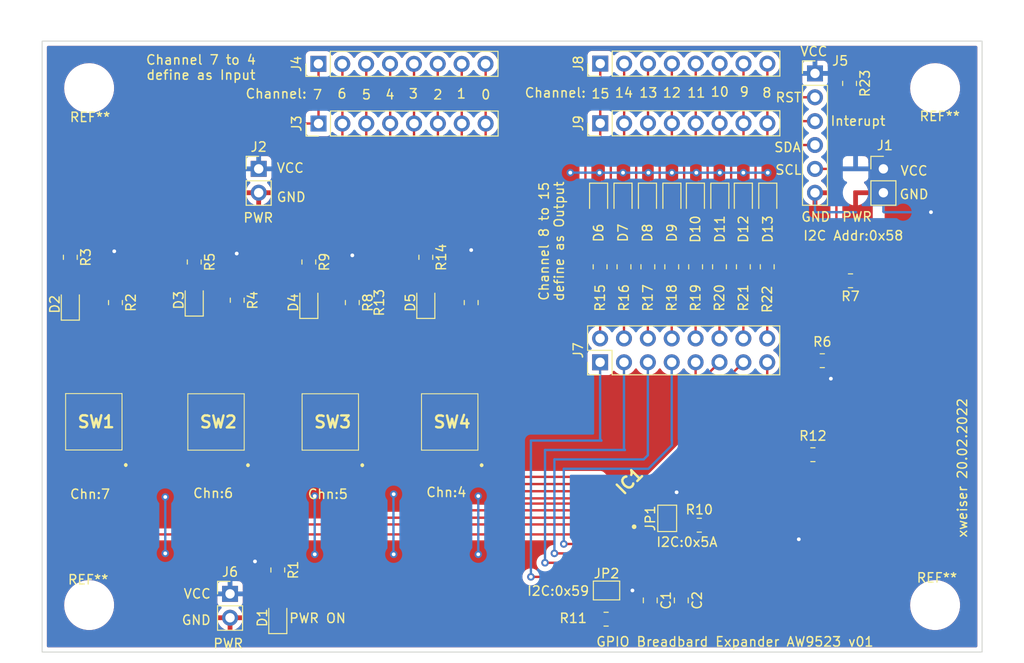
<source format=kicad_pcb>
(kicad_pcb (version 20211014) (generator pcbnew)
  (title_block (title "GPIO Breadboard expander AW9523") (date "2022-02-20") (rev "v01") (company "Reflow Pads") (comment 1 "Project ChicksiIoT"))
  (layers (0 "F.Cu" signal) (31 "B.Cu" signal) (34 "B.Paste" user) (35 "F.Paste" user) (36 "B.SilkS" user "B.Silkscreen") (37 "F.SilkS" user "F.Silkscreen") (38 "B.Mask" user) (39 "F.Mask" user) (44 "Edge.Cuts" user))
  (net 0 "")
  (net 1 "VCC")
  (net 2 "GND")
  (net 3 "Net-(D1-Pad2)")
  (net 4 "Net-(D2-Pad2)")
  (net 5 "P0_0")
  (net 6 "P0_1")
  (net 7 "P0_2")
  (net 8 "P0_3")
  (net 9 "P0_4")
  (net 10 "P0_5")
  (net 11 "P0_6")
  (net 12 "P0_7")
  (net 13 "Addr0")
  (net 14 "SCL")
  (net 15 "SDA")
  (net 16 "Addr1")
  (net 17 "Net-(D3-Pad2)")
  (net 18 "Net-(D4-Pad2)")
  (net 19 "Net-(D5-Pad2)")
  (net 20 "Net-(D6-Pad2)")
  (net 21 "Net-(D7-Pad2)")
  (net 22 "Net-(D8-Pad2)")
  (net 23 "Net-(D9-Pad2)")
  (net 24 "Net-(D10-Pad2)")
  (net 25 "Net-(D11-Pad2)")
  (net 26 "Net-(D12-Pad2)")
  (net 27 "Net-(D13-Pad2)")
  (net 28 "P1_0")
  (net 29 "P1_1")
  (net 30 "P1_2")
  (net 31 "P1_3")
  (net 32 "P1_4")
  (net 33 "P1_5")
  (net 34 "P1_6")
  (net 35 "P1_7")
  (net 36 "INT")
  (net 37 "RST")
  (net 38 "Net-(J7-Pad2)")
  (net 39 "Net-(J7-Pad4)")
  (net 40 "Net-(J7-Pad6)")
  (net 41 "Net-(J7-Pad8)")
  (net 42 "Net-(J7-Pad10)")
  (net 43 "Net-(J7-Pad12)")
  (net 44 "Net-(J7-Pad14)")
  (net 45 "Net-(J7-Pad16)")
  (footprint "SamacSys_Parts:314375650" (layer "F.Cu") (at 149.46 100.52 180)
    (fp_text reference "SW4")
    (fp_text value "SW_Push" hide)
  )
  (footprint "Resistor_SMD:R_0805_2012Metric" (layer "F.Cu") (at 170.542 84.01 90)
    (fp_text reference "R17")
    (fp_text value "220")
  )
  (footprint "LED_SMD:LED_0805_2012Metric" (layer "F.Cu") (at 122.282 87.566 90)
    (fp_text reference "D3")
    (fp_text value "Green")
  )
  (footprint "Resistor_SMD:R_0805_2012Metric" (layer "F.Cu") (at 146.92 83 -90)
    (fp_text reference "R14")
    (fp_text value "220")
  )
  (footprint "SamacSys_Parts:314375650" (layer "F.Cu") (at 111.6 100.5 180)
    (fp_text reference "SW1")
    (fp_text value "SW_Push" hide)
  )
  (footprint "SamacSys_Parts:314375650" (layer "F.Cu") (at 136.76 100.52 180)
    (fp_text reference "SW3")
    (fp_text value "SW_Push" hide)
  )
  (footprint "Resistor_SMD:R_0805_2012Metric" (layer "F.Cu") (at 189.1 94 180)
    (fp_text reference "R6")
    (fp_text value "10k")
  )
  (footprint "LED_SMD:LED_0805_2012Metric" (layer "F.Cu") (at 167.9 76.8 -90)
    (fp_text reference "D7")
    (fp_text value "Blue")
  )
  (footprint "Resistor_SMD:R_0805_2012Metric" (layer "F.Cu") (at 122.282 83.502 -90)
    (fp_text reference "R5")
    (fp_text value "220")
  )
  (footprint "Resistor_SMD:R_0805_2012Metric" (layer "F.Cu") (at 183.242 84.01 90)
    (fp_text reference "R22")
    (fp_text value "220")
  )
  (footprint "Resistor_SMD:R_0805_2012Metric" (layer "F.Cu") (at 151.746 87.82 -90)
    (fp_text reference "R13")
    (fp_text value "10k")
  )
  (footprint "Connector_PinHeader_2.54mm:PinHeader_1x08_P2.54mm_Vertical" (layer "F.Cu") (at 165.477 68.745 90)
    (fp_text reference "J9")
    (fp_text value "Conn_01x08_Male")
  )
  (footprint "LED_SMD:LED_0805_2012Metric" (layer "F.Cu") (at 178.2 76.8 -90)
    (fp_text reference "D11")
    (fp_text value "Blue")
  )
  (footprint "Capacitor_SMD:C_0805_2012Metric" (layer "F.Cu") (at 170.798 119.5 -90)
    (fp_text reference "C1")
    (fp_text value "10µF")
  )
  (footprint "MountingHole:MountingHole_4.3mm_M4" (layer "F.Cu") (at 111.1 120)
    (fp_text reference "REF**")
    (fp_text value "MountingHole_4.3mm_M4")
  )
  (footprint "LED_SMD:LED_0805_2012Metric" (layer "F.Cu") (at 180.7 76.8 -90)
    (fp_text reference "D12")
    (fp_text value "Red")
  )
  (footprint "Resistor_SMD:R_0805_2012Metric" (layer "F.Cu") (at 192.1 85.5 180)
    (fp_text reference "R7")
    (fp_text value "10k")
  )
  (footprint "LED_SMD:LED_0805_2012Metric" (layer "F.Cu") (at 109.1 88 90)
    (fp_text reference "D2")
    (fp_text value "Green")
  )
  (footprint "Resistor_SMD:R_0805_2012Metric" (layer "F.Cu") (at 176.0125 111.5)
    (fp_text reference "R10")
    (fp_text value "10k")
  )
  (footprint "MountingHole:MountingHole_4.3mm_M4" (layer "F.Cu") (at 201.1 120)
    (fp_text reference "REF**")
    (fp_text value "MountingHole_4.3mm_M4")
  )
  (footprint "Connector_PinHeader_2.54mm:PinHeader_1x02_P2.54mm_Vertical" (layer "F.Cu") (at 129.14 73.591)
    (fp_text reference "J2")
    (fp_text value "PWR_Bottom2")
  )
  (footprint "Connector_PinHeader_2.54mm:PinHeader_1x08_P2.54mm_Vertical" (layer "F.Cu") (at 135.49 62.42 90)
    (fp_text reference "J4")
    (fp_text value "P0_0-07")
  )
  (footprint "Connector_PinHeader_2.54mm:PinHeader_1x02_P2.54mm_Vertical" (layer "F.Cu") (at 195.6 73.591)
    (fp_text reference "J1")
    (fp_text value "PWR_Bottom1")
  )
  (footprint "LED_SMD:LED_0805_2012Metric" (layer "F.Cu") (at 146.92 87.82 90)
    (fp_text reference "D5")
    (fp_text value "Green")
  )
  (footprint "LED_SMD:LED_0805_2012Metric" (layer "F.Cu") (at 170.5 76.8 -90)
    (fp_text reference "D8")
    (fp_text value "Red")
  )
  (footprint "LED_SMD:LED_0805_2012Metric" (layer "F.Cu") (at 134.474 87.82 90)
    (fp_text reference "D4")
    (fp_text value "Green")
  )
  (footprint "Connector_PinHeader_2.54mm:PinHeader_1x02_P2.54mm_Vertical" (layer "F.Cu") (at 126.092 118.808)
    (fp_text reference "J6")
    (fp_text value "PWR_Top")
  )
  (footprint "Jumper:SolderJumper-2_P1.3mm_Open_TrianglePad1.0x1.5mm" (layer "F.Cu") (at 166.145 118.444)
    (fp_text reference "JP2")
    (fp_text value "SolderJumper_2_Open")
  )
  (footprint "SamacSys_Parts:314375650" (layer "F.Cu") (at 124.6 100.52 180)
    (fp_text reference "SW2")
    (fp_text value "SW_Push" hide)
  )
  (footprint "Resistor_SMD:R_0805_2012Metric" (layer "F.Cu") (at 134.474 83.502 -90)
    (fp_text reference "R9")
    (fp_text value "220")
  )
  (footprint "LED_SMD:LED_0805_2012Metric" (layer "F.Cu") (at 131.172 121.348 90)
    (fp_text reference "D1")
    (fp_text value "Green")
  )
  (footprint "Resistor_SMD:R_0805_2012Metric" (layer "F.Cu") (at 180.702 84.01 90)
    (fp_text reference "R21")
    (fp_text value "220")
  )
  (footprint "Resistor_SMD:R_0805_2012Metric" (layer "F.Cu") (at 173.082 84.01 90)
    (fp_text reference "R18")
    (fp_text value "220")
  )
  (footprint "Connector_PinHeader_2.54mm:PinHeader_1x08_P2.54mm_Vertical" (layer "F.Cu") (at 165.477 62.395 90)
    (fp_text reference "J8")
    (fp_text value "Conn_01x08_Male")
  )
  (footprint "Resistor_SMD:R_0805_2012Metric" (layer "F.Cu") (at 178.162 84.01 90)
    (fp_text reference "R20")
    (fp_text value "220")
  )
  (footprint "Connector_PinHeader_2.54mm:PinHeader_1x06_P2.54mm_Vertical" (layer "F.Cu") (at 188.322 63.436)
    (fp_text reference "J5")
    (fp_text value "I2C ComPort")
  )
  (footprint "MountingHole:MountingHole_4.3mm_M4" (layer "F.Cu") (at 111.1 65)
    (fp_text reference "REF**")
    (fp_text value "MountingHole_4.3mm_M4")
  )
  (footprint "Jumper:SolderJumper-2_P1.3mm_Open_TrianglePad1.0x1.5mm" (layer "F.Cu") (at 172.6 110.775 90)
    (fp_text reference "JP1")
    (fp_text value "SolderJumper_2_Open")
  )
  (footprint "Resistor_SMD:R_0805_2012Metric" (layer "F.Cu") (at 139.1 87.82 -90)
    (fp_text reference "R8")
    (fp_text value "10k")
  )
  (footprint "Resistor_SMD:R_0805_2012Metric" (layer "F.Cu") (at 113.9 87.82 -90)
    (fp_text reference "R2")
    (fp_text value "10k")
  )
  (footprint "Resistor_SMD:R_0805_2012Metric" (layer "F.Cu") (at 188.1 104 180)
    (fp_text reference "R12")
    (fp_text value "10k")
  )
  (footprint "Connector_PinHeader_2.54mm:PinHeader_2x08_P2.54mm_Vertical" (layer "F.Cu") (at 165.462 94.17 90)
    (fp_text reference "J7")
    (fp_text value "Conn_02x08_Odd_Even")
  )
  (footprint "Resistor_SMD:R_0805_2012Metric" (layer "F.Cu") (at 131.172 116.268 -90)
    (fp_text reference "R1")
    (fp_text value "220")
  )
  (footprint "Connector_PinHeader_2.54mm:PinHeader_1x08_P2.54mm_Vertical" (layer "F.Cu") (at 135.505 68.77 90)
    (fp_text reference "J3")
    (fp_text value "P0_0-07")
  )
  (footprint "Capacitor_SMD:C_0805_2012Metric" (layer "F.Cu") (at 174.1 119.5 -90)
    (fp_text reference "C2")
    (fp_text value "0.1µF")
  )
  (footprint "Resistor_SMD:R_0805_2012Metric" (layer "F.Cu") (at 168.002 84.01 90)
    (fp_text reference "R16")
    (fp_text value "220")
  )
  (footprint "LED_SMD:LED_0805_2012Metric" (layer "F.Cu") (at 175.6 76.8 -90)
    (fp_text reference "D10")
    (fp_text value "yellow")
  )
  (footprint "Resistor_SMD:R_0805_2012Metric" (layer "F.Cu") (at 166.1 121.5)
    (fp_text reference "R11")
    (fp_text value "10k")
  )
  (footprint "Resistor_SMD:R_0805_2012Metric" (layer "F.Cu") (at 175.622 84.01 90)
    (fp_text reference "R19")
    (fp_text value "220")
  )
  (footprint "LED_SMD:LED_0805_2012Metric" (layer "F.Cu") (at 183.3 76.8 -90)
    (fp_text reference "D13")
    (fp_text value "Green")
  )
  (footprint "Resistor_SMD:R_0805_2012Metric" (layer "F.Cu") (at 165.462 84.01 90)
    (fp_text reference "R15")
    (fp_text value "220")
  )
  (footprint "MountingHole:MountingHole_4.3mm_M4" (layer "F.Cu") (at 201.1 65)
    (fp_text reference "REF**")
    (fp_text value "MountingHole_4.3mm_M4")
  )
  (footprint "LED_SMD:LED_0805_2012Metric" (layer "F.Cu") (at 165.3 76.8 -90)
    (fp_text reference "D6")
    (fp_text value "Orange")
  )
  (footprint "Resistor_SMD:R_0805_2012Metric" (layer "F.Cu") (at 109.1 83 -90)
    (fp_text reference "R3")
    (fp_text value "220")
  )
  (footprint "Resistor_SMD:R_0805_2012Metric" (layer "F.Cu") (at 126.854 87.566 -90)
    (fp_text reference "R4")
    (fp_text value "10k")
  )
  (footprint "Resistor_SMD:R_0805_2012Metric" (layer "F.Cu") (at 192 64.5 -90)
    (fp_text reference "R23")
    (fp_text value "10k")
  )
  (footprint "SamacSys_Parts:QFN50P400X400X80-25N-D" (layer "F.Cu") (at 165.97 111.95 -135)
    (fp_text reference "IC1")
    (fp_text value "AW9523BTQR" hide)
  )
  (footprint "LED_SMD:LED_0805_2012Metric" (layer "F.Cu") (at 173.1 76.8 -90)
    (fp_text reference "D9")
    (fp_text value "Green")
  )
  (gr_rect (start 106.1 60) (end 206.1 125) (layer "Edge.Cuts") (width 0.1) (fill none))
  (gr_text "Interupt" (at 192.9 68.5) (layer "F.SilkS") (effects (font (size 1 1))))
  (gr_text "12" (at 173.1 65.5) (layer "F.SilkS") (effects (font (size 1 1))))
  (gr_text " Channel 7 to 4 \ndefine as Input" (at 123 62.8) (layer "F.SilkS") (effects (font (size 1 1))))
  (gr_text "15" (at 165.5 65.6) (layer "F.SilkS") (effects (font (size 1 1))))
  (gr_text "Chn:6" (at 124.3 108.1) (layer "F.SilkS") (effects (font (size 1 1))))
  (gr_text "Chn:4" (at 149.1 108) (layer "F.SilkS") (effects (font (size 1 1))))
  (gr_text "Channel:" (at 131 65.6) (layer "F.SilkS") (effects (font (size 1 1))))
  (gr_text "VCC" (at 188.2 61.1) (layer "F.SilkS") (effects (font (size 1 1))))
  (gr_text "10" (at 178.2 65.4) (layer "F.SilkS") (effects (font (size 1 1))))
  (gr_text "GND" (at 188.4 78.7) (layer "F.SilkS") (effects (font (size 1 1))))
  (gr_text "SCL" (at 185.5 73.7) (layer "F.SilkS") (effects (font (size 1 1))))
  (gr_text "PWR" (at 192.8 78.7) (layer "F.SilkS") (effects (font (size 1 1))))
  (gr_text "5" (at 140.6 65.7) (layer "F.SilkS") (effects (font (size 1 1))))
  (gr_text "3" (at 145.6 65.6) (layer "F.SilkS") (effects (font (size 1 1))))
  (gr_text "7" (at 135.4 65.7) (layer "F.SilkS") (effects (font (size 1 1))))
  (gr_text "Chn:5" (at 136.5 108.2) (layer "F.SilkS") (effects (font (size 1 1))))
  (gr_text "VCC" (at 198.86 73.8) (layer "F.SilkS") (effects (font (size 1 1))))
  (gr_text "PWR" (at 129.1 78.8) (layer "F.SilkS") (effects (font (size 1 1))))
  (gr_text "9" (at 180.8 65.4) (layer "F.SilkS") (effects (font (size 1 1))))
  (gr_text "1" (at 150.7 65.6) (layer "F.SilkS") (effects (font (size 1 1))))
  (gr_text "xweiser 20.02.2022" (at 204 105.4 90) (layer "F.SilkS") (effects (font (size 1 1))))
  (gr_text "I2C:0x5A" (at 174.7 113.3) (layer "F.SilkS") (effects (font (size 1 1))))
  (gr_text "I2C:0x59" (at 161 118.5) (layer "F.SilkS") (effects (font (size 1 1))))
  (gr_text "PWR" (at 125.9 124.1) (layer "F.SilkS") (effects (font (size 1 1))))
  (gr_text "GND" (at 132.6 76.6) (layer "F.SilkS") (effects (font (size 1 1))))
  (gr_text "8" (at 183.2 65.5) (layer "F.SilkS") (effects (font (size 1 1))))
  (gr_text "GND" (at 198.86 76.3) (layer "F.SilkS") (effects (font (size 1 1))))
  (gr_text "SDA" (at 185.4 71.3) (layer "F.SilkS") (effects (font (size 1 1))))
  (gr_text "GND" (at 122.5 121.6) (layer "F.SilkS") (effects (font (size 1 1))))
  (gr_text "PWR ON" (at 135.4 121.4) (layer "F.SilkS") (effects (font (size 1 1))))
  (gr_text "11" (at 175.7 65.5) (layer "F.SilkS") (effects (font (size 1 1))))
  (gr_text "14" (at 168 65.5) (layer "F.SilkS") (effects (font (size 1 1))))
  (gr_text "VCC" (at 122.6 118.8) (layer "F.SilkS") (effects (font (size 1 1))))
  (gr_text "6\n" (at 138 65.6) (layer "F.SilkS") (effects (font (size 1 1))))
  (gr_text "13" (at 170.6 65.5) (layer "F.SilkS") (effects (font (size 1 1))))
  (gr_text "Channel:" (at 160.7 65.5) (layer "F.SilkS") (effects (font (size 1 1))))
  (gr_text "2" (at 148.2 65.7) (layer "F.SilkS") (effects (font (size 1 1))))
  (gr_text "I2C Addr:0x58" (at 192.4 80.7) (layer "F.SilkS") (effects (font (size 1 1))))
  (gr_text " Channel 8 to 15 \ndefine as Output" (at 160.3 81.3 90) (layer "F.SilkS") (effects (font (size 1 1))))
  (gr_text "GPIO Breadbard Expander AW9523 v01" (at 179.8 123.9) (layer "F.SilkS") (effects (font (size 1 1))))
  (gr_text "VCC" (at 132.5 73.5) (layer "F.SilkS") (effects (font (size 1 1))))
  (gr_text "Chn:7" (at 111.2 108.2) (layer "F.SilkS") (effects (font (size 1 1))))
  (gr_text "0" (at 153.3 65.7) (layer "F.SilkS") (effects (font (size 1 1))))
  (gr_text "4" (at 143.1 65.7) (layer "F.SilkS") (effects (font (size 1 1))))
  (gr_text "RST" (at 185.5 66) (layer "F.SilkS") (effects (font (size 1 1))))
  (segment (start 126.859 73.591) (end 129.14 73.591) (width 0.25) (layer "F.Cu") (net 1))
  (segment (start 113.9 82.486) (end 113.9 86.9075) (width 0.25) (layer "F.Cu") (net 1))
  (segment (start 128.7445 115.3555) (end 131.172 115.3555) (width 0.25) (layer "F.Cu") (net 1))
  (segment (start 139.1 82.794) (end 139.1 86.9075) (width 0.25) (layer "F.Cu") (net 1))
  (segment (start 168.666447 115) (end 184.6 115) (width 0.25) (layer "F.Cu") (net 1))
  (segment (start 109.1 82.0875) (end 113.5015 82.0875) (width 0.25) (layer "F.Cu") (net 1))
  (segment (start 190.0125 94) (end 190.0125 95.9125) (width 0.25) (layer "F.Cu") (net 1))
  (segment (start 146.92 82.0875) (end 151.6015 82.0875) (width 0.25) (layer "F.Cu") (net 1))
  (segment (start 172.6 110.05) (end 172.6 109) (width 0.25) (layer "F.Cu") (net 1))
  (segment (start 189.0125 110.5875) (end 189.0125 105.7125) (width 0.25) (layer "F.Cu") (net 1))
  (segment (start 126.859 82.541) (end 126.8 82.6) (width 0.25) (layer "F.Cu") (net 1))
  (segment (start 169.008 118.55) (end 168.902 118.444) (width 0.25) (layer "F.Cu") (net 1))
  (segment (start 168.902 118.444) (end 167.378 118.444) (width 0.25) (layer "F.Cu") (net 1))
  (segment (start 151.6015 82.0875) (end 151.746 82.232) (width 0.25) (layer "F.Cu") (net 1))
  (segment (start 172.6 109) (end 173.6 108) (width 0.25) (layer "F.Cu") (net 1))
  (segment (start 170.798 118.55) (end 174.1 118.55) (width 0.25) (layer "F.Cu") (net 1))
  (segment (start 138.8955 82.5895) (end 139.1 82.794) (width 0.25) (layer "F.Cu") (net 1))
  (segment (start 170.798 118.55) (end 169.008 118.55) (width 0.25) (layer "F.Cu") (net 1))
  (segment (start 126.092 118.808) (end 126.092 115.508) (width 0.25) (layer "F.Cu") (net 1))
  (segment (start 189.0125 104) (end 189.0125 105.7125) (width 0.25) (layer "F.Cu") (net 1))
  (segment (start 126.2445 115.3555) (end 128.7445 115.3555) (width 0.25) (layer "F.Cu") (net 1))
  (segment (start 126.8 82.6) (end 126.854 82.654) (width 0.25) (layer "F.Cu") (net 1))
  (segment (start 113.773 82.359) (end 113.9 82.486) (width 0.25) (layer "F.Cu") (net 1))
  (segment (start 134.474 82.5895) (end 138.8955 82.5895) (width 0.25) (layer "F.Cu") (net 1))
  (segment (start 126.854 82.654) (end 126.854 86.6535) (width 0.25) (layer "F.Cu") (net 1))
  (segment (start 113.5015 82.0875) (end 113.773 82.359) (width 0.25) (layer "F.Cu") (net 1))
  (segment (start 184.6 115) (end 186.6 113) (width 0.25) (layer "F.Cu") (net 1))
  (segment (start 126.859 73.591) (end 126.859 82.541) (width 0.25) (layer "F.Cu") (net 1))
  (segment (start 195.1 85.5) (end 193.0125 85.5) (width 0.25) (layer "F.Cu") (net 1))
  (segment (start 186.6 113) (end 189.0125 110.5875) (width 0.25) (layer "F.Cu") (net 1))
  (segment (start 151.746 82.232) (end 151.746 86.9075) (width 0.25) (layer "F.Cu") (net 1))
  (segment (start 167.207437 113.54099) (end 168.666447 115) (width 0.25) (layer "F.Cu") (net 1))
  (segment (start 126.092 115.508) (end 126.2445 115.3555) (width 0.25) (layer "F.Cu") (net 1))
  (segment (start 126.7895 82.5895) (end 126.8 82.6) (width 0.25) (layer "F.Cu") (net 1))
  (segment (start 122.282 82.5895) (end 126.7895 82.5895) (width 0.25) (layer "F.Cu") (net 1))
  (via (at 151.746 82.232) (size 0.8) (drill 0.4) (layers "F.Cu" "B.Cu") (net 1))
  (via (at 168.902 118.444) (size 0.8) (drill 0.4) (layers "F.Cu" "B.Cu") (net 1))
  (via (at 128.7445 115.3555) (size 0.8) (drill 0.4) (layers "F.Cu" "B.Cu") (net 1))
  (via (at 190.0125 95.9125) (size 0.8) (drill 0.4) (layers "F.Cu" "B.Cu") (net 1))
  (via (at 126.8 82.6) (size 0.8) (drill 0.4) (layers "F.Cu" "B.Cu") (net 1))
  (via (at 139.1 82.794) (size 0.8) (drill 0.4) (layers "F.Cu" "B.Cu") (net 1))
  (via (at 186.6 113) (size 0.8) (drill 0.4) (layers "F.Cu" "B.Cu") (net 1))
  (via (at 173.6 108) (size 0.8) (drill 0.4) (layers "F.Cu" "B.Cu") (net 1))
  (via (at 113.773 82.359) (size 0.8) (drill 0.4) (layers "F.Cu" "B.Cu") (net 1))
  (segment (start 152.5 109.2) (end 152.5 108.4) (width 0.25) (layer "F.Cu") (net 2))
  (segment (start 170.5 74.1) (end 170.6 74) (width 0.25) (layer "F.Cu") (net 2))
  (segment (start 165.3 75.8625) (end 165.3 74.1) (width 0.25) (layer "F.Cu") (net 2))
  (segment (start 164.732563 110.35901) (end 165.97 111.596447) (width 0.25) (layer "F.Cu") (net 2))
  (segment (start 175.6 75.8625) (end 175.6 74.1) (width 0.25) (layer "F.Cu") (net 2))
  (segment (start 163.573553 109.2) (end 152.5 109.2) (width 0.25) (layer "F.Cu") (net 2))
  (segment (start 165.97 111.596447) (end 165.97 111.95) (width 0.25) (layer "F.Cu") (net 2))
  (segment (start 175.6 74.1) (end 175.7 74) (width 0.25) (layer "F.Cu") (net 2))
  (segment (start 178.2 75.8625) (end 178.2 74) (width 0.25) (layer "F.Cu") (net 2))
  (segment (start 163.573553 109.2) (end 164.732563 110.35901) (width 0.25) (layer "F.Cu") (net 2))
  (segment (start 165.3 74.1) (end 165.4 74) (width 0.25) (layer "F.Cu") (net 2))
  (segment (start 180.7 75.8625) (end 180.7 74) (width 0.25) (layer "F.Cu") (net 2))
  (segment (start 183.3 75.8625) (end 183.3 74) (width 0.25) (layer "F.Cu") (net 2))
  (segment (start 167.9 75.8625) (end 167.9 74) (width 0.25) (layer "F.Cu") (net 2))
  (segment (start 173.1 75.8625) (end 173.1 74) (width 0.25) (layer "F.Cu") (net 2))
  (segment (start 170.5 75.8625) (end 170.5 74.1) (width 0.25) (layer "F.Cu") (net 2))
  (via (at 180.7 74) (size 0.8) (drill 0.4) (layers "F.Cu" "B.Cu") (net 2))
  (via (at 178.2 74) (size 0.8) (drill 0.4) (layers "F.Cu" "B.Cu") (net 2))
  (via (at 143.5 114.6) (size 0.8) (drill 0.4) (layers "F.Cu" "B.Cu") (net 2))
  (via (at 170.6 74) (size 0.8) (drill 0.4) (layers "F.Cu" "B.Cu") (net 2))
  (via (at 200.66 78.2) (size 0.8) (drill 0.4) (layers "F.Cu" "B.Cu") (net 2))
  (via (at 165.4 74) (size 0.8) (drill 0.4) (layers "F.Cu" "B.Cu") (net 2))
  (via (at 167.9 74) (size 0.8) (drill 0.4) (layers "F.Cu" "B.Cu") (net 2))
  (via (at 152.5 108.4) (size 0.8) (drill 0.4) (layers "F.Cu" "B.Cu") (net 2))
  (via (at 119.2 108.5) (size 0.8) (drill 0.4) (layers "F.Cu" "B.Cu") (net 2))
  (via (at 119.2 114.5) (size 0.8) (drill 0.4) (layers "F.Cu" "B.Cu") (net 2))
  (via (at 175.7 74) (size 0.8) (drill 0.4) (layers "F.Cu" "B.Cu") (net 2))
  (via (at 135.1 114.6) (size 0.8) (drill 0.4) (layers "F.Cu" "B.Cu") (net 2))
  (via (at 152.5 114.6) (size 0.8) (drill 0.4) (layers "F.Cu" "B.Cu") (net 2))
  (via (at 183.3 74) (size 0.8) (drill 0.4) (layers "F.Cu" "B.Cu") (net 2))
  (via (at 173.1 74) (size 0.8) (drill 0.4) (layers "F.Cu" "B.Cu") (net 2))
  (via (at 135.1 108.4) (size 0.8) (drill 0.4) (layers "F.Cu" "B.Cu") (net 2))
  (via (at 162.293695 73.996408) (size 0.8) (drill 0.4) (layers "F.Cu" "B.Cu") (net 2))
  (via (at 143.5 108.2) (size 0.8) (drill 0.4) (layers "F.Cu" "B.Cu") (net 2))
  (segment (start 175.7 74) (end 178.2 74) (width 0.25) (layer "B.Cu") (net 2))
  (segment (start 188.3 78.2) (end 188.322 78.178) (width 0.25) (layer "B.Cu") (net 2))
  (segment (start 173.1 74) (end 175.7 74) (width 0.25) (layer "B.Cu") (net 2))
  (segment (start 195.66 78.2) (end 195.6 78.14) (width 0.25) (layer "B.Cu") (net 2))
  (segment (start 119.2 114.5) (end 119.2 108.5) (width 0.25) (layer "B.Cu") (net 2))
  (segment (start 195.6 78.14) (end 195.6 76.131) (width 0.25) (layer "B.Cu") (net 2))
  (segment (start 178.2 74) (end 180.7 74) (width 0.25) (layer "B.Cu") (net 2))
  (segment (start 135.1 108.4) (end 135.1 114.6) (width 0.25) (layer "B.Cu") (net 2))
  (segment (start 162.293695 73.996408) (end 165.396408 73.996408) (width 0.25) (layer "B.Cu") (net 2))
  (segment (start 152.5 114.6) (end 152.5 108.4) (width 0.25) (layer "B.Cu") (net 2))
  (segment (start 165.4 74) (end 167.9 74) (width 0.25) (layer "B.Cu") (net 2))
  (segment (start 143.476001 107.992958) (end 143.476001 114.392189) (width 0.25) (layer "B.Cu") (net 2))
  (segment (start 200.66 78.2) (end 195.66 78.2) (width 0.25) (layer "B.Cu") (net 2))
  (segment (start 192.7 78.2) (end 188.3 78.2) (width 0.25) (layer "B.Cu") (net 2))
  (segment (start 180.7 74) (end 183.3 74) (width 0.25) (layer "B.Cu") (net 2))
  (segment (start 188.322 78.178) (end 188.322 76.136) (width 0.25) (layer "B.Cu") (net 2))
  (segment (start 165.396408 73.996408) (end 165.4 74) (width 0.25) (layer "B.Cu") (net 2))
  (segment (start 143.476001 114.392189) (end 143.678348 114.594536) (width 0.25) (layer "B.Cu") (net 2))
  (segment (start 173.1 74) (end 170.6 74) (width 0.25) (layer "B.Cu") (net 2))
  (segment (start 167.9 74) (end 170.6 74) (width 0.25) (layer "B.Cu") (net 2))
  (segment (start 131.172 120.4105) (end 131.172 117.1805) (width 0.25) (layer "F.Cu") (net 3))
  (segment (start 109.1 87.0625) (end 109.1 83.9125) (width 0.25) (layer "F.Cu") (net 4))
  (segment (start 156.572 106.362) (end 156.572 80.708) (width 0.25) (layer "F.Cu") (net 5))
  (segment (start 166.853883 110.005456) (end 167.748 109.111339) (width 0.25) (layer "F.Cu") (net 5))
  (segment (start 153.27 77.914) (end 153.285 77.899) (width 0.25) (layer "F.Cu") (net 5))
  (segment (start 153.285 62.435) (end 153.27 62.42) (width 0.25) (layer "F.Cu") (net 5))
  (segment (start 167.748 108.648) (end 165.462 106.362) (width 0.25) (layer "F.Cu") (net 5))
  (segment (start 153.285 77.899) (end 153.285 68.77) (width 0.25) (layer "F.Cu") (net 5))
  (segment (start 165.462 106.362) (end 156.572 106.362) (width 0.25) (layer "F.Cu") (net 5))
  (segment (start 153.778 77.914) (end 153.27 77.914) (width 0.25) (layer "F.Cu") (net 5))
  (segment (start 167.748 109.111339) (end 167.748 108.648) (width 0.25) (layer "F.Cu") (net 5))
  (segment (start 156.572 80.708) (end 153.778 77.914) (width 0.25) (layer "F.Cu") (net 5))
  (segment (start 153.285 68.77) (end 153.285 62.435) (width 0.25) (layer "F.Cu") (net 5))
  (segment (start 165.462 107.124) (end 156.064 107.124) (width 0.25) (layer "F.Cu") (net 6))
  (segment (start 150.745 68.77) (end 150.745 62.435) (width 0.25) (layer "F.Cu") (net 6))
  (segment (start 150.73 78.676) (end 150.745 78.661) (width 0.25) (layer "F.Cu") (net 6))
  (segment (start 150.745 62.435) (end 150.73 62.42) (width 0.25) (layer "F.Cu") (net 6))
  (segment (start 166.50033 109.651903) (end 166.50033 109.64167) (width 0.25) (layer "F.Cu") (net 6))
  (segment (start 167.24 108.902) (end 165.462 107.124) (width 0.25) (layer "F.Cu") (net 6))
  (segment (start 166.50033 109.64167) (end 167.24 108.902) (width 0.25) (layer "F.Cu") (net 6))
  (segment (start 153.27 78.676) (end 150.73 78.676) (width 0.25) (layer "F.Cu") (net 6))
  (segment (start 155.556 80.962) (end 153.27 78.676) (width 0.25) (layer "F.Cu") (net 6))
  (segment (start 150.745 78.661) (end 150.745 68.77) (width 0.25) (layer "F.Cu") (net 6))
  (segment (start 155.556 106.616) (end 155.556 80.962) (width 0.25) (layer "F.Cu") (net 6))
  (segment (start 156.064 107.124) (end 155.556 106.616) (width 0.25) (layer "F.Cu") (net 6))
  (segment (start 152.762 79.438) (end 148.19 79.438) (width 0.25) (layer "F.Cu") (net 7))
  (segment (start 165.43967 109.651903) (end 163.673767 107.886) (width 0.25) (layer "F.Cu") (net 7))
  (segment (start 148.205 79.423) (end 148.205 68.77) (width 0.25) (layer "F.Cu") (net 7))
  (segment (start 155.556 107.886) (end 154.794 107.124) (width 0.25) (layer "F.Cu") (net 7))
  (segment (start 148.19 68.755) (end 148.205 68.77) (width 0.25) (layer "F.Cu") (net 7))
  (segment (start 154.794 81.47) (end 152.762 79.438) (width 0.25) (layer "F.Cu") (net 7))
  (segment (start 148.19 62.42) (end 148.19 68.755) (width 0.25) (layer "F.Cu") (net 7))
  (segment (start 154.794 107.124) (end 154.794 81.47) (width 0.25) (layer "F.Cu") (net 7))
  (segment (start 148.19 79.438) (end 148.205 79.423) (width 0.25) (layer "F.Cu") (net 7))
  (segment (start 163.673767 107.886) (end 155.556 107.886) (width 0.25) (layer "F.Cu") (net 7))
  (segment (start 163.764695 108.648) (end 155.048 108.648) (width 0.25) (layer "F.Cu") (net 8))
  (segment (start 154.032 107.632) (end 154.032 81.724) (width 0.25) (layer "F.Cu") (net 8))
  (segment (start 145.665 80.439) (end 145.665 68.77) (width 0.25) (layer "F.Cu") (net 8))
  (segment (start 145.65 80.454) (end 145.665 80.439) (width 0.25) (layer "F.Cu") (net 8))
  (segment (start 165.086117 109.969422) (end 163.764695 108.648) (width 0.25) (layer "F.Cu") (net 8))
  (segment (start 145.665 68.77) (end 145.665 62.435) (width 0.25) (layer "F.Cu") (net 8))
  (segment (start 145.665 62.435) (end 145.65 62.42) (width 0.25) (layer "F.Cu") (net 8))
  (segment (start 154.032 81.724) (end 152.762 80.454) (width 0.25) (layer "F.Cu") (net 8))
  (segment (start 152.762 80.454) (end 145.65 80.454) (width 0.25) (layer "F.Cu") (net 8))
  (segment (start 155.048 108.648) (end 154.032 107.632) (width 0.25) (layer "F.Cu") (net 8))
  (segment (start 143.125 88.089) (end 143.125 68.77) (width 0.25) (layer "F.Cu") (net 9))
  (segment (start 146.92 88.7575) (end 146.8415 88.836) (width 0.25) (layer "F.Cu") (net 9))
  (segment (start 149.46 109.918) (end 149.46 98.2) (width 0.25) (layer "F.Cu") (net 9))
  (segment (start 143.125 68.77) (end 143.125 62.435) (width 0.25) (layer "F.Cu") (net 9))
  (segment (start 163.584447 109.918) (end 149.46 109.918) (width 0.25) (layer "F.Cu") (net 9))
  (segment (start 151.69 95.97) (end 151.69 88.7885) (width 0.25) (layer "F.Cu") (net 9))
  (segment (start 151.721 88.7575) (end 151.746 88.7325) (width 0.25) (layer "F.Cu") (net 9))
  (segment (start 164.37901 110.712563) (end 163.584447 109.918) (width 0.25) (layer "F.Cu") (net 9))
  (segment (start 143.125 62.435) (end 143.11 62.42) (width 0.25) (layer "F.Cu") (net 9))
  (segment (start 146.92 88.7575) (end 151.721 88.7575) (width 0.25) (layer "F.Cu") (net 9))
  (segment (start 143.872 88.836) (end 143.125 88.089) (width 0.25) (layer "F.Cu") (net 9))
  (segment (start 151.69 88.7885) (end 151.746 88.7325) (width 0.25) (layer "F.Cu") (net 9))
  (segment (start 146.8415 88.836) (end 143.872 88.836) (width 0.25) (layer "F.Cu") (net 9))
  (segment (start 149.46 98.2) (end 151.69 95.97) (width 0.25) (layer "F.Cu") (net 9))
  (segment (start 137.522 74.612) (end 140.57 74.612) (width 0.25) (layer "F.Cu") (net 10))
  (segment (start 138.99 88.8425) (end 139.1 88.7325) (width 0.25) (layer "F.Cu") (net 10))
  (segment (start 136.76 110.68) (end 136.76 98.2) (width 0.25) (layer "F.Cu") (net 10))
  (segment (start 131.68 88.836) (end 131.68 80.454) (width 0.25) (layer "F.Cu") (net 10))
  (segment (start 134.474 88.7575) (end 134.3955 88.836) (width 0.25) (layer "F.Cu") (net 10))
  (segment (start 140.57 74.612) (end 140.585 74.597) (width 0.25) (layer "F.Cu") (net 10))
  (segment (start 140.585 74.597) (end 140.585 68.77) (width 0.25) (layer "F.Cu") (net 10))
  (segment (start 134.499 88.7325) (end 134.474 88.7575) (width 0.25) (layer "F.Cu") (net 10))
  (segment (start 139.1 88.7325) (end 134.499 88.7325) (width 0.25) (layer "F.Cu") (net 10))
  (segment (start 136.76 98.2) (end 138.99 95.97) (width 0.25) (layer "F.Cu") (net 10))
  (segment (start 134.3955 88.836) (end 131.68 88.836) (width 0.25) (layer "F.Cu") (net 10))
  (segment (start 131.68 80.454) (end 137.522 74.612) (width 0.25) (layer "F.Cu") (net 10))
  (segment (start 140.585 68.77) (end 140.585 62.435) (width 0.25) (layer "F.Cu") (net 10))
  (segment (start 164.025456 111.066117) (end 164.025456 111.030081) (width 0.25) (layer "F.Cu") (net 10))
  (segment (start 163.665581 110.706242) (end 136.786242 110.706242) (width 0.25) (layer "F.Cu") (net 10))
  (segment (start 164.025456 111.066117) (end 163.665581 110.706242) (width 0.25) (layer "F.Cu") (net 10))
  (segment (start 138.99 95.97) (end 138.99 88.8425) (width 0.25) (layer "F.Cu") (net 10))
  (segment (start 140.585 62.435) (end 140.57 62.42) (width 0.25) (layer "F.Cu") (net 10))
  (segment (start 136.786242 110.706242) (end 136.76 110.68) (width 0.25) (layer "F.Cu") (net 10))
  (segment (start 164.025456 111.030081) (end 163.701616 110.706241) (width 0.25) (layer "F.Cu") (net 10))
  (segment (start 126.854 88.4785) (end 129.4975 88.4785) (width 0.25) (layer "F.Cu") (net 11))
  (segment (start 126.83 95.97) (end 126.83 88.5025) (width 0.25) (layer "F.Cu") (net 11))
  (segment (start 126.83 88.5025) (end 126.854 88.4785) (width 0.25) (layer "F.Cu") (net 11))
  (segment (start 130.664 87.312) (end 130.664 79.946) (width 0.25) (layer "F.Cu") (net 11))
  (segment (start 138.045 73.835) (end 138.045 68.77) (width 0.25) (layer "F.Cu") (net 11))
  (segment (start 124.568 111.442) (end 124.568 98.232) (width 0.25) (layer "F.Cu") (net 11))
  (segment (start 138.03 73.85) (end 138.045 73.835) (width 0.25) (layer "F.Cu") (net 11))
  (segment (start 130.664 79.946) (end 136.76 73.85) (width 0.25) (layer "F.Cu") (net 11))
  (segment (start 138.045 68.77) (end 138.045 62.435) (width 0.25) (layer "F.Cu") (net 11))
  (segment (start 122.282 88.5035) (end 126.829 88.5035) (width 0.25) (layer "F.Cu") (net 11))
  (segment (start 129.4975 88.4785) (end 130.664 87.312) (width 0.25) (layer "F.Cu") (net 11))
  (segment (start 163.671903 111.41967) (end 124.59033 111.41967) (width 0.25) (layer "F.Cu") (net 11))
  (segment (start 126.829 88.5035) (end 126.854 88.4785) (width 0.25) (layer "F.Cu") (net 11))
  (segment (start 124.568 98.232) (end 126.83 95.97) (width 0.25) (layer "F.Cu") (net 11))
  (segment (start 138.045 62.435) (end 138.03 62.42) (width 0.25) (layer "F.Cu") (net 11))
  (segment (start 136.76 73.85) (end 138.03 73.85) (width 0.25) (layer "F.Cu") (net 11))
  (segment (start 124.59033 111.41967) (end 124.568 111.442) (width 0.25) (layer "F.Cu") (net 11))
  (segment (start 118.5 68.8) (end 118.53 68.77) (width 0.25) (layer "F.Cu") (net 12))
  (segment (start 109.1 88.9375) (end 113.695 88.9375) (width 0.25) (layer "F.Cu") (net 12))
  (segment (start 113.695 88.9375) (end 113.9 88.7325) (width 0.25) (layer "F.Cu") (net 12))
  (segment (start 118.5 87.4) (end 118.5 68.8) (width 0.25) (layer "F.Cu") (net 12))
  (segment (start 163.671903 112.48033) (end 111.63633 112.48033) (width 0.25) (layer "F.Cu") (net 12))
  (segment (start 135.505 62.435) (end 135.49 62.42) (width 0.25) (layer "F.Cu") (net 12))
  (segment (start 111.614 98.166) (end 113.83 95.95) (width 0.25) (layer "F.Cu") (net 12))
  (segment (start 113.83 95.95) (end 113.83 88.8025) (width 0.25) (layer "F.Cu") (net 12))
  (segment (start 117.1 88.8) (end 118.5 87.4) (width 0.25) (layer "F.Cu") (net 12))
  (segment (start 111.63633 112.48033) (end 111.614 112.458) (width 0.25) (layer "F.Cu") (net 12))
  (segment (start 117.0325 88.7325) (end 117.1 88.8) (width 0.25) (layer "F.Cu") (net 12))
  (segment (start 113.83 88.8025) (end 113.9 88.7325) (width 0.25) (layer "F.Cu") (net 12))
  (segment (start 113.59 89.0425) (end 113.9 88.7325) (width 0.25) (layer "F.Cu") (net 12))
  (segment (start 118.53 68.77) (end 135.505 68.77) (width 0.25) (layer "F.Cu") (net 12))
  (segment (start 111.614 112.458) (end 111.614 98.166) (width 0.25) (layer "F.Cu") (net 12))
  (segment (start 113.9 88.7325) (end 117.0325 88.7325) (width 0.25) (layer "F.Cu") (net 12))
  (segment (start 135.505 68.77) (end 135.505 62.435) (width 0.25) (layer "F.Cu") (net 12))
  (segment (start 165.1875 118.6765) (end 165.42 118.444) (width 0.25) (layer "F.Cu") (net 13))
  (segment (start 165.1875 121.5) (end 165.1875 118.6765) (width 0.25) (layer "F.Cu") (net 13))
  (segment (start 163.6 118) (end 163.6 116) (width 0.25) (layer "F.Cu") (net 13))
  (segment (start 164.044 118.444) (end 163.6 118) (width 0.25) (layer "F.Cu") (net 13))
  (segment (start 163.6 116) (end 163.651733 116) (width 0.25) (layer "F.Cu") (net 13))
  (segment (start 163.651733 116) (end 165.125867 114.525866) (width 0.25) (layer "F.Cu") (net 13))
  (segment (start 164.044 118.444) (end 165.42 118.444) (width 0.25) (layer "F.Cu") (net 13))
  (segment (start 191.1 89.5) (end 191.1 85.5875) (width 0.25) (layer "F.Cu") (net 14))
  (segment (start 191.1875 84.0875) (end 191.1875 85.5) (width 0.25) (layer "F.Cu") (net 14))
  (segment (start 191.1 85.5875) (end 191.1875 85.5) (width 0.25) (layer "F.Cu") (net 14))
  (segment (start 188.322 73.596) (end 189.696 73.596) (width 0.25) (layer "F.Cu") (net 14))
  (segment (start 166.50033 114.248097) (end 168.252233 116) (width 0.25) (layer "F.Cu") (net 14))
  (segment (start 190.6 74.5) (end 190.6 83.5) (width 0.25) (layer "F.Cu") (net 14))
  (segment (start 192.1 116) (end 192.1 90.5) (width 0.25) (layer "F.Cu") (net 14))
  (segment (start 189.696 73.596) (end 190.6 74.5) (width 0.25) (layer "F.Cu") (net 14))
  (segment (start 192.1 90.5) (end 191.1 89.5) (width 0.25) (layer "F.Cu") (net 14))
  (segment (start 168.252233 116) (end 192.1 116) (width 0.25) (layer "F.Cu") (net 14))
  (segment (start 190.6 83.5) (end 191.1875 84.0875) (width 0.25) (layer "F.Cu") (net 14))
  (segment (start 191.1 115) (end 191.1 102) (width 0.25) (layer "F.Cu") (net 15))
  (segment (start 186.6 84) (end 186.6 71) (width 0.25) (layer "F.Cu") (net 15))
  (segment (start 166.853883 113.930578) (end 167.923305 115) (width 0.25) (layer "F.Cu") (net 15))
  (segment (start 190.65048 115.44952) (end 191.1 115) (width 0.25) (layer "F.Cu") (net 15))
  (segment (start 186.6 71) (end 186.656 71.056) (width 0.25) (layer "F.Cu") (net 15))
  (segment (start 186.656 71.056) (end 188.322 71.056) (width 0.25) (layer "F.Cu") (net 15))
  (segment (start 167.923305 115) (end 168.372825 115.44952) (width 0.25) (layer "F.Cu") (net 15))
  (segment (start 168.372825 115.44952) (end 168.852645 115.44952) (width 0.25) (layer "F.Cu") (net 15))
  (segment (start 188.1 94.0875) (end 188.1875 94) (width 0.25) (layer "F.Cu") (net 15))
  (segment (start 191.1 102) (end 188.1 99) (width 0.25) (layer "F.Cu") (net 15))
  (segment (start 188.1875 94) (end 188.1875 85.5875) (width 0.25) (layer "F.Cu") (net 15))
  (segment (start 166.853883 113.894544) (end 166.853883 113.930578) (width 0.25) (layer "F.Cu") (net 15))
  (segment (start 188.1875 85.5875) (end 186.6 84) (width 0.25) (layer "F.Cu") (net 15))
  (segment (start 188.1 99) (end 188.1 94.0875) (width 0.25) (layer "F.Cu") (net 15))
  (segment (start 168.852645 115.44952) (end 190.65048 115.44952) (width 0.25) (layer "F.Cu") (net 15))
  (segment (start 169.1 113) (end 168.751733 113) (width 0.25) (layer "F.Cu") (net 16))
  (segment (start 172.6 111.5) (end 175.1 111.5) (width 0.25) (layer "F.Cu") (net 16))
  (segment (start 172.6 111.5) (end 171.1 113) (width 0.25) (layer "F.Cu") (net 16))
  (segment (start 168.751733 113) (end 168.175866 112.424133) (width 0.25) (layer "F.Cu") (net 16))
  (segment (start 171.1 113) (end 169.1 113) (width 0.25) (layer "F.Cu") (net 16))
  (segment (start 122.282 86.6285) (end 122.282 84.4145) (width 0.25) (layer "F.Cu") (net 17))
  (segment (start 134.474 86.8825) (end 134.474 84.4145) (width 0.25) (layer "F.Cu") (net 18))
  (segment (start 146.92 86.8825) (end 146.92 83.9125) (width 0.25) (layer "F.Cu") (net 19))
  (segment (start 165.462 77.8995) (end 165.3 77.7375) (width 0.25) (layer "F.Cu") (net 20))
  (segment (start 165.462 83.0975) (end 165.462 77.8995) (width 0.25) (layer "F.Cu") (net 20))
  (segment (start 168.002 77.8395) (end 167.9 77.7375) (width 0.25) (layer "F.Cu") (net 21))
  (segment (start 168.002 83.0975) (end 168.002 77.8395) (width 0.25) (layer "F.Cu") (net 21))
  (segment (start 170.542 77.7795) (end 170.5 77.7375) (width 0.25) (layer "F.Cu") (net 22))
  (segment (start 170.542 83.0975) (end 170.542 77.7795) (width 0.25) (layer "F.Cu") (net 22))
  (segment (start 173.082 83.0975) (end 173.082 77.7555) (width 0.25) (layer "F.Cu") (net 23))
  (segment (start 173.082 77.7555) (end 173.1 77.7375) (width 0.25) (layer "F.Cu") (net 23))
  (segment (start 175.622 83.0975) (end 175.7 83.0195) (width 0.25) (layer "F.Cu") (net 24))
  (segment (start 175.7 83.0195) (end 175.7 77.7375) (width 0.25) (layer "F.Cu") (net 24))
  (segment (start 178.162 77.8755) (end 178.3 77.7375) (width 0.25) (layer "F.Cu") (net 25))
  (segment (start 178.162 83.0975) (end 178.162 77.8755) (width 0.25) (layer "F.Cu") (net 25))
  (segment (start 180.702 83.0975) (end 180.702 77.7395) (width 0.25) (layer "F.Cu") (net 26))
  (segment (start 180.702 77.7395) (end 180.7 77.7375) (width 0.25) (layer "F.Cu") (net 26))
  (segment (start 183.242 83.0975) (end 183.3 83.0395) (width 0.25) (layer "F.Cu") (net 27))
  (segment (start 183.3 83.0395) (end 183.3 77.7375) (width 0.25) (layer "F.Cu") (net 27))
  (segment (start 177.1 98.5) (end 179.1 96.5) (width 0.25) (layer "F.Cu") (net 28))
  (segment (start 177.1 102.587767) (end 177.1 98.5) (width 0.25) (layer "F.Cu") (net 28))
  (segment (start 179.1 96.5) (end 183.1 96.5) (width 0.25) (layer "F.Cu") (net 28))
  (segment (start 183.1 96.5) (end 183.242 96.358) (width 0.25) (layer "F.Cu") (net 28))
  (segment (start 168.268097 111.41967) (end 177.1 102.587767) (width 0.25) (layer "F.Cu") (net 28))
  (segment (start 183.242 96.358) (end 183.242 94.17) (width 0.25) (layer "F.Cu") (net 28))
  (segment (start 176.52104 98.35096) (end 180.702 94.17) (width 0.25) (layer "F.Cu") (net 29))
  (segment (start 167.914544 111.066117) (end 176.52104 102.459621) (width 0.25) (layer "F.Cu") (net 29))
  (segment (start 176.52104 102.459621) (end 176.52104 98.35096) (width 0.25) (layer "F.Cu") (net 29))
  (segment (start 176.07152 102.202033) (end 176.07152 96.26048) (width 0.25) (layer "F.Cu") (net 30))
  (segment (start 176.07152 96.26048) (end 178.162 94.17) (width 0.25) (layer "F.Cu") (net 30))
  (segment (start 167.56099 110.712563) (end 176.07152 102.202033) (width 0.25) (layer "F.Cu") (net 30))
  (segment (start 167.207437 110.35901) (end 175.622 101.944447) (width 0.25) (layer "F.Cu") (net 31))
  (segment (start 175.622 101.944447) (end 175.622 94.17) (width 0.25) (layer "F.Cu") (net 31))
  (segment (start 163.359339 113.5) (end 161.6 113.5) (width 0.25) (layer "F.Cu") (net 32))
  (segment (start 164.025456 112.833883) (end 163.359339 113.5) (width 0.25) (layer "F.Cu") (net 32))
  (via (at 161.6 113.5) (size 0.8) (drill 0.4) (layers "F.Cu" "B.Cu") (net 32))
  (segment (start 170.6 105.5) (end 173.1 103) (width 0.25) (layer "B.Cu") (net 32))
  (segment (start 173.1 103) (end 173.1 102.5) (width 0.25) (layer "B.Cu") (net 32))
  (segment (start 173.1 102.5) (end 173.082 102.482) (width 0.25) (layer "B.Cu") (net 32))
  (segment (start 161.6 113.5) (end 161.6 105.5) (width 0.25) (layer "B.Cu") (net 32))
  (segment (start 161.6 105.5) (end 170.6 105.5) (width 0.25) (layer "B.Cu") (net 32))
  (segment (start 173.082 102.482) (end 173.082 94.17) (width 0.25) (layer "B.Cu") (net 32))
  (segment (start 164.37901 113.187437) (end 164.37901 113.22099) (width 0.25) (layer "F.Cu") (net 33))
  (segment (start 163.1 114.5) (end 160.6 114.5) (width 0.25) (layer "F.Cu") (net 33))
  (segment (start 164.37901 113.22099) (end 163.1 114.5) (width 0.25) (layer "F.Cu") (net 33))
  (via (at 160.6 114.5) (size 0.8) (drill 0.4) (layers "F.Cu" "B.Cu") (net 33))
  (segment (start 170.1 104.5) (end 170.542 104.058) (width 0.25) (layer "B.Cu") (net 33))
  (segment (start 170.542 104.058) (end 170.542 94.17) (width 0.25) (layer "B.Cu") (net 33))
  (segment (start 160.6 114.5) (end 160.6 104.5) (width 0.25) (layer "B.Cu") (net 33))
  (segment (start 160.6 104.5) (end 170.1 104.5) (width 0.25) (layer "B.Cu") (net 33))
  (segment (start 164.732563 113.54099) (end 162.773553 115.5) (width 0.25) (layer "F.Cu") (net 34))
  (segment (start 162.773553 115.5) (end 159.6 115.5) (width 0.25) (layer "F.Cu") (net 34))
  (via (at 159.6 115.5) (size 0.8) (drill 0.4) (layers "F.Cu" "B.Cu") (net 34))
  (segment (start 159.6 103.5) (end 168.1 103.5) (width 0.25) (layer "B.Cu") (net 34))
  (segment (start 168.002 103.402) (end 168.002 94.17) (width 0.25) (layer "B.Cu") (net 34))
  (segment (start 159.6 115.5) (end 159.6 103.5) (width 0.25) (layer "B.Cu") (net 34))
  (segment (start 168.1 103.5) (end 168.002 103.402) (width 0.25) (layer "B.Cu") (net 34))
  (segment (start 165.069739 113.894544) (end 161.964283 117) (width 0.25) (layer "F.Cu") (net 35))
  (segment (start 161.964283 117) (end 158.1 117) (width 0.25) (layer "F.Cu") (net 35))
  (segment (start 165.086117 113.894544) (end 165.069739 113.894544) (width 0.25) (layer "F.Cu") (net 35))
  (via (at 158.1 117) (size 0.8) (drill 0.4) (layers "F.Cu" "B.Cu") (net 35))
  (segment (start 165.6 102.5) (end 165.462 102.362) (width 0.25) (layer "B.Cu") (net 35))
  (segment (start 165.462 102.362) (end 165.462 94.17) (width 0.25) (layer "B.Cu") (net 35))
  (segment (start 158.1 117) (end 158.1 102.5) (width 0.25) (layer "B.Cu") (net 35))
  (segment (start 158.1 102.5) (end 165.6 102.5) (width 0.25) (layer "B.Cu") (net 35))
  (segment (start 187.1875 110.4125) (end 187.1875 104) (width 0.25) (layer "F.Cu") (net 36))
  (segment (start 167.56099 113.187437) (end 168.823073 114.44952) (width 0.25) (layer "F.Cu") (net 36))
  (segment (start 186.1 102.9125) (end 187.1875 104) (width 0.25) (layer "F.Cu") (net 36))
  (segment (start 168.823073 114.44952) (end 183.15048 114.44952) (width 0.25) (layer "F.Cu") (net 36))
  (segment (start 186.1 68.5) (end 186.1 102.9125) (width 0.25) (layer "F.Cu") (net 36))
  (segment (start 186.116 68.516) (end 186.1 68.5) (width 0.25) (layer "F.Cu") (net 36))
  (segment (start 183.15048 114.44952) (end 187.1875 110.4125) (width 0.25) (layer "F.Cu") (net 36))
  (segment (start 188.322 68.516) (end 186.116 68.516) (width 0.25) (layer "F.Cu") (net 36))
  (segment (start 167.914544 112.833883) (end 167.933883 112.833883) (width 0.25) (layer "F.Cu") (net 37))
  (segment (start 167.933883 112.833883) (end 169.1 114) (width 0.25) (layer "F.Cu") (net 37))
  (segment (start 185.624 65.976) (end 188.322 65.976) (width 0.25) (layer "F.Cu") (net 37))
  (segment (start 182.1 114) (end 185.6 110.5) (width 0.25) (layer "F.Cu") (net 37))
  (segment (start 185.6 66) (end 185.624 65.976) (width 0.25) (layer "F.Cu") (net 37))
  (segment (start 169.1 114) (end 182.1 114) (width 0.25) (layer "F.Cu") (net 37))
  (segment (start 185.6 110.5) (end 185.6 66) (width 0.25) (layer "F.Cu") (net 37))
  (segment (start 163.9 84.8) (end 163.9 71.6) (width 0.25) (layer "F.Cu") (net 38))
  (segment (start 164.0225 84.9225) (end 163.9 84.8) (width 0.25) (layer "F.Cu") (net 38))
  (segment (start 165.477 71.577) (end 165.477 68.745) (width 0.25) (layer "F.Cu") (net 38))
  (segment (start 165.462 84.9225) (end 164.0225 84.9225) (width 0.25) (layer "F.Cu") (net 38))
  (segment (start 165.477 68.745) (end 165.477 62.395) (width 0.25) (layer "F.Cu") (net 38))
  (segment (start 165.5 71.6) (end 165.477 71.577) (width 0.25) (layer "F.Cu") (net 38))
  (segment (start 165.462 91.63) (end 165.462 84.9225) (width 0.25) (layer "F.Cu") (net 38))
  (segment (start 163.9 71.6) (end 165.5 71.6) (width 0.25) (layer "F.Cu") (net 38))
  (segment (start 168.002 84.9225) (end 166.7225 84.9225) (width 0.25) (layer "F.Cu") (net 39))
  (segment (start 168.017 68.745) (end 168.017 62.395) (width 0.25) (layer "F.Cu") (net 39))
  (segment (start 168.002 91.63) (end 168.002 84.9225) (width 0.25) (layer "F.Cu") (net 39))
  (segment (start 166.7225 84.9225) (end 166.6 84.8) (width 0.25) (layer "F.Cu") (net 39))
  (segment (start 168.017 70.883) (end 168.017 68.745) (width 0.25) (layer "F.Cu") (net 39))
  (segment (start 166.6 70.9) (end 168 70.9) (width 0.25) (layer "F.Cu") (net 39))
  (segment (start 168 70.9) (end 168.017 70.883) (width 0.25) (layer "F.Cu") (net 39))
  (segment (start 166.6 84.8) (end 166.6 70.9) (width 0.25) (layer "F.Cu") (net 39))
  (segment (start 170.5 70.9) (end 170.557 70.843) (width 0.25) (layer "F.Cu") (net 40))
  (segment (start 169.3 70.9) (end 170.5 70.9) (width 0.25) (layer "F.Cu") (net 40))
  (segment (start 170.557 70.843) (end 170.557 68.745) (width 0.25) (layer "F.Cu") (net 40))
  (segment (start 170.542 91.63) (end 170.542 84.9225) (width 0.25) (layer "F.Cu") (net 40))
  (segment (start 169.3225 84.9225) (end 169.3 84.9) (width 0.25) (layer "F.Cu") (net 40))
  (segment (start 170.542 84.9225) (end 169.3225 84.9225) (width 0.25) (layer "F.Cu") (net 40))
  (segment (start 169.3 84.9) (end 169.3 70.9) (width 0.25) (layer "F.Cu") (net 40))
  (segment (start 170.557 68.745) (end 170.557 62.395) (width 0.25) (layer "F.Cu") (net 40))
  (segment (start 171.8 70.9) (end 173.1 70.9) (width 0.25) (layer "F.Cu") (net 41))
  (segment (start 173.082 84.9225) (end 171.8225 84.9225) (width 0.25) (layer "F.Cu") (net 41))
  (segment (start 173.097 70.897) (end 173.097 68.745) (width 0.25) (layer "F.Cu") (net 41))
  (segment (start 173.082 91.63) (end 173.082 84.9225) (width 0.25) (layer "F.Cu") (net 41))
  (segment (start 173.097 68.745) (end 173.097 62.395) (width 0.25) (layer "F.Cu") (net 41))
  (segment (start 171.8225 84.9225) (end 171.8 84.9) (width 0.25) (layer "F.Cu") (net 41))
  (segment (start 171.8 84.9) (end 171.8 70.9) (width 0.25) (layer "F.Cu") (net 41))
  (segment (start 173.1 70.9) (end 173.097 70.897) (width 0.25) (layer "F.Cu") (net 41))
  (segment (start 174.5 71) (end 175.6 71) (width 0.25) (layer "F.Cu") (net 42))
  (segment (start 175.637 70.963) (end 175.637 68.745) (width 0.25) (layer "F.Cu") (net 42))
  (segment (start 175.622 91.63) (end 175.622 84.9225) (width 0.25) (layer "F.Cu") (net 42))
  (segment (start 174.4 71.1) (end 174.5 71) (width 0.25) (layer "F.Cu") (net 42))
  (segment (start 174.4225 84.9225) (end 174.4 84.9) (width 0.25) (layer "F.Cu") (net 42))
  (segment (start 175.622 84.9225) (end 174.4225 84.9225) (width 0.25) (layer "F.Cu") (net 42))
  (segment (start 175.6 71) (end 175.637 70.963) (width 0.25) (layer "F.Cu") (net 42))
  (segment (start 175.637 68.745) (end 175.637 62.395) (width 0.25) (layer "F.Cu") (net 42))
  (segment (start 174.4 84.9) (end 174.4 71.1) (width 0.25) (layer "F.Cu") (net 42))
  (segment (start 178.162 84.9225) (end 176.9225 84.9225) (width 0.25) (layer "F.Cu") (net 43))
  (segment (start 176.9 84.9) (end 176.9 71.2) (width 0.25) (layer "F.Cu") (net 43))
  (segment (start 178.177 71.077) (end 178.177 68.745) (width 0.25) (layer "F.Cu") (net 43))
  (segment (start 178.2 71.1) (end 178.177 71.077) (width 0.25) (layer "F.Cu") (net 43))
  (segment (start 178.177 68.745) (end 178.177 62.395) (width 0.25) (layer "F.Cu") (net 43))
  (segment (start 176.9225 84.9225) (end 176.9 84.9) (width 0.25) (layer "F.Cu") (net 43))
  (segment (start 176.9 71.2) (end 177 71.1) (width 0.25) (layer "F.Cu") (net 43))
  (segment (start 177 71.1) (end 178.2 71.1) (width 0.25) (layer "F.Cu") (net 43))
  (segment (start 178.162 91.63) (end 178.162 84.9225) (width 0.25) (layer "F.Cu") (net 43))
  (segment (start 180.702 91.63) (end 180.702 84.9225) (width 0.25) (layer "F.Cu") (net 44))
  (segment (start 179.4 84.9) (end 179.4 71.1) (width 0.25) (layer "F.Cu") (net 44))
  (segment (start 180.7 71.1) (end 180.717 71.083) (width 0.25) (layer "F.Cu") (net 44))
  (segment (start 180.717 71.083) (end 180.717 68.745) (width 0.25) (layer "F.Cu") (net 44))
  (segment (start 179.4225 84.9225) (end 179.4 84.9) (width 0.25) (layer "F.Cu") (net 44))
  (segment (start 180.702 84.9225) (end 179.4225 84.9225) (width 0.25) (layer "F.Cu") (net 44))
  (segment (start 180.717 68.745) (end 180.717 62.395) (width 0.25) (layer "F.Cu") (net 44))
  (segment (start 179.4 71.1) (end 180.7 71.1) (width 0.25) (layer "F.Cu") (net 44))
  (segment (start 182.1 71.1) (end 183.3 71.1) (width 0.25) (layer "F.Cu") (net 45))
  (segment (start 183.257 68.745) (end 183.257 62.395) (width 0.25) (layer "F.Cu") (net 45))
  (segment (start 182 71.2) (end 182.1 71.1) (width 0.25) (layer "F.Cu") (net 45))
  (segment (start 182 84.9) (end 182 71.2) (width 0.25) (layer "F.Cu") (net 45))
  (segment (start 183.242 91.63) (end 183.242 84.9225) (width 0.25) (layer "F.Cu") (net 45))
  (segment (start 183.242 84.9225) (end 182.0225 84.9225) (width 0.25) (layer "F.Cu") (net 45))
  (segment (start 183.257 71.057) (end 183.257 68.745) (width 0.25) (layer "F.Cu") (net 45))
  (segment (start 182.0225 84.9225) (end 182 84.9) (width 0.25) (layer "F.Cu") (net 45))
  (segment (start 183.3 71.1) (end 183.257 71.057) (width 0.25) (layer "F.Cu") (net 45))
  (zone (net 2) (net_name "GND") (layer "F.Cu") (connect_pads (clearance 0.508)) (min_thickness 0.254) (fill yes (thermal_gap 0.508) (thermal_bridge_width 0.508))
    (polygon (pts (xy 206.1 125) (xy 106.1 125) (xy 106.1 60) (xy 206.1 60)))
  )
  (zone (net 1) (net_name "VCC") (layer "B.Cu") (connect_pads (clearance 0.508)) (min_thickness 0.254) (fill yes (thermal_gap 0.508) (thermal_bridge_width 0.508))
    (polygon (pts (xy 206.1 125) (xy 106.1 125) (xy 106.1 60) (xy 206.1 60)))
  )
)
</source>
